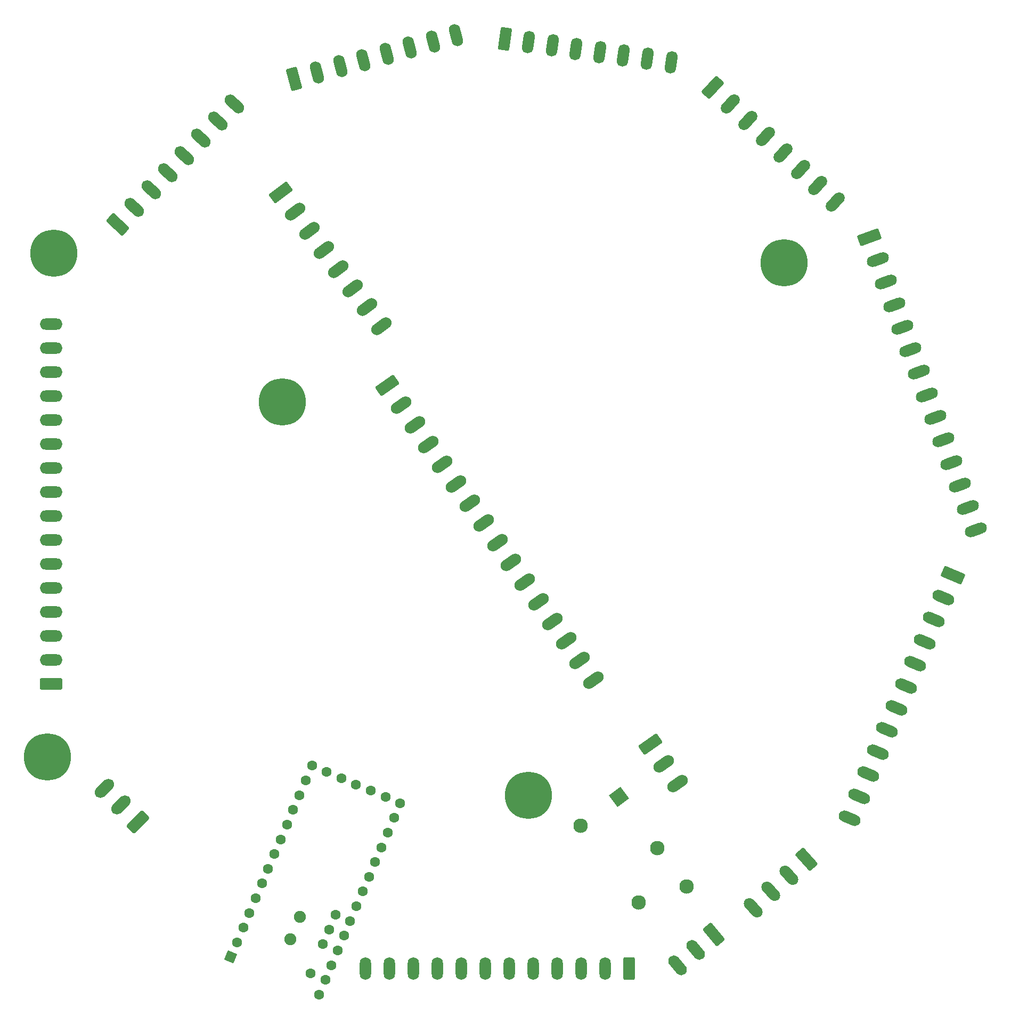
<source format=gbr>
%TF.GenerationSoftware,KiCad,Pcbnew,(6.0.10)*%
%TF.CreationDate,2023-04-24T22:32:33-04:00*%
%TF.ProjectId,waterwheel_synth_v2,77617465-7277-4686-9565-6c5f73796e74,rev?*%
%TF.SameCoordinates,Original*%
%TF.FileFunction,Soldermask,Bot*%
%TF.FilePolarity,Negative*%
%FSLAX46Y46*%
G04 Gerber Fmt 4.6, Leading zero omitted, Abs format (unit mm)*
G04 Created by KiCad (PCBNEW (6.0.10)) date 2023-04-24 22:32:33*
%MOMM*%
%LPD*%
G01*
G04 APERTURE LIST*
G04 Aperture macros list*
%AMRoundRect*
0 Rectangle with rounded corners*
0 $1 Rounding radius*
0 $2 $3 $4 $5 $6 $7 $8 $9 X,Y pos of 4 corners*
0 Add a 4 corners polygon primitive as box body*
4,1,4,$2,$3,$4,$5,$6,$7,$8,$9,$2,$3,0*
0 Add four circle primitives for the rounded corners*
1,1,$1+$1,$2,$3*
1,1,$1+$1,$4,$5*
1,1,$1+$1,$6,$7*
1,1,$1+$1,$8,$9*
0 Add four rect primitives between the rounded corners*
20,1,$1+$1,$2,$3,$4,$5,0*
20,1,$1+$1,$4,$5,$6,$7,0*
20,1,$1+$1,$6,$7,$8,$9,0*
20,1,$1+$1,$8,$9,$2,$3,0*%
%AMHorizOval*
0 Thick line with rounded ends*
0 $1 width*
0 $2 $3 position (X,Y) of the first rounded end (center of the circle)*
0 $4 $5 position (X,Y) of the second rounded end (center of the circle)*
0 Add line between two ends*
20,1,$1,$2,$3,$4,$5,0*
0 Add two circle primitives to create the rounded ends*
1,1,$1,$2,$3*
1,1,$1,$4,$5*%
%AMRotRect*
0 Rectangle, with rotation*
0 The origin of the aperture is its center*
0 $1 length*
0 $2 width*
0 $3 Rotation angle, in degrees counterclockwise*
0 Add horizontal line*
21,1,$1,$2,0,0,$3*%
G04 Aperture macros list end*
%ADD10RoundRect,0.250000X1.555635X0.636396X0.636396X1.555635X-1.555635X-0.636396X-0.636396X-1.555635X0*%
%ADD11HorizOval,1.800000X0.636396X0.636396X-0.636396X-0.636396X0*%
%ADD12RoundRect,0.250000X-0.498392X1.605181X-1.494250X0.769557X0.498392X-1.605181X1.494250X-0.769557X0*%
%ADD13HorizOval,1.800000X-0.578509X0.689440X0.578509X-0.689440X0*%
%ADD14C,7.500000*%
%ADD15RoundRect,0.250000X-1.642510X-0.356595X-0.896861X-1.421492X1.642510X0.356595X0.896861X1.421492X0*%
%ADD16HorizOval,1.800000X-0.737237X-0.516219X0.737237X0.516219X0*%
%ADD17RoundRect,0.250000X-0.226682X-1.665417X1.029021X-1.328953X0.226682X1.665417X-1.029021X1.328953X0*%
%ADD18HorizOval,1.800000X-0.232937X0.869333X0.232937X-0.869333X0*%
%ADD19RoundRect,0.250000X1.550000X-0.650000X1.550000X0.650000X-1.550000X0.650000X-1.550000X-0.650000X0*%
%ADD20O,3.600000X1.800000*%
%ADD21RoundRect,0.250000X-1.629065X-0.413700X-0.846705X-1.451926X1.629065X0.413700X0.846705X1.451926X0*%
%ADD22HorizOval,1.800000X-0.718772X-0.541634X0.718772X0.541634X0*%
%ADD23RoundRect,0.250000X-1.678837X0.080669X-1.234210X-1.140931X1.678837X-0.080669X1.234210X1.140931X0*%
%ADD24HorizOval,1.800000X-0.845723X-0.307818X0.845723X0.307818X0*%
%ADD25RoundRect,0.250000X0.663449X-1.544291X1.566505X-0.609150X-0.663449X1.544291X-1.566505X0.609150X0*%
%ADD26HorizOval,1.800000X-0.647406X0.625193X0.647406X-0.625193X0*%
%ADD27C,1.900000*%
%ADD28C,1.600000*%
%ADD29RotRect,1.600000X1.600000X67.000000*%
%ADD30RotRect,2.300000X2.300000X127.000000*%
%ADD31C,2.300000*%
%ADD32HorizOval,1.800000X-0.602218X0.668830X0.602218X-0.668830X0*%
%ADD33RoundRect,0.250000X-0.554108X1.586809X-1.520197X0.716940X0.554108X-1.586809X1.520197X-0.716940X0*%
%ADD34RoundRect,0.250000X0.650000X1.550000X-0.650000X1.550000X-0.650000X-1.550000X0.650000X-1.550000X0*%
%ADD35O,1.800000X3.600000*%
%ADD36HorizOval,1.800000X-0.125256X-0.891241X0.125256X0.891241X0*%
%ADD37RoundRect,0.250000X-0.859393X-1.444453X0.427956X-1.625378X0.859393X1.444453X-0.427956X1.625378X0*%
%ADD38HorizOval,1.800000X-0.828454X0.351658X0.828454X-0.351658X0*%
%ADD39RoundRect,0.250000X-1.172807X1.203961X-1.680758X0.007305X1.172807X-1.203961X1.680758X-0.007305X0*%
%ADD40RoundRect,0.250000X-1.532477X-0.690299X-0.581718X-1.576897X1.532477X0.690299X0.581718X1.576897X0*%
%ADD41HorizOval,1.800000X-0.613799X-0.658218X0.613799X0.658218X0*%
G04 APERTURE END LIST*
D10*
%TO.C,J12*%
X73560077Y-152300077D03*
D11*
X70866000Y-149606000D03*
X68171923Y-146911923D03*
%TD*%
D12*
%TO.C,J13*%
X165100000Y-170180000D03*
D13*
X162181371Y-172629021D03*
X159262741Y-175078042D03*
%TD*%
D14*
%TO.C,REF\u002A\u002A*%
X96520000Y-85598000D03*
%TD*%
%TO.C,REF\u002A\u002A*%
X59182000Y-141986000D03*
%TD*%
%TO.C,REF\u002A\u002A*%
X135636000Y-148082000D03*
%TD*%
%TO.C,REF\u002A\u002A*%
X176276000Y-63500000D03*
%TD*%
%TO.C,REF\u002A\u002A*%
X60198000Y-61976000D03*
%TD*%
D15*
%TO.C,J7*%
X113159700Y-82957900D03*
D16*
X115345026Y-86078869D03*
X117530352Y-89199839D03*
X119715679Y-92320808D03*
X121901005Y-95441777D03*
X124086331Y-98562746D03*
X126271657Y-101683716D03*
X128456984Y-104804685D03*
X130642310Y-107925654D03*
X132827636Y-111046624D03*
X135012962Y-114167593D03*
X137198288Y-117288562D03*
X139383615Y-120409531D03*
X141568941Y-123530501D03*
X143754267Y-126651470D03*
X145939593Y-129772439D03*
%TD*%
D17*
%TO.C,J3*%
X98331400Y-34223900D03*
D18*
X102011577Y-33237799D03*
X105691755Y-32251699D03*
X109371932Y-31265598D03*
X113052110Y-30279498D03*
X116732287Y-29293397D03*
X120412464Y-28307297D03*
X124092642Y-27321196D03*
%TD*%
D19*
%TO.C,J10*%
X59718100Y-130352400D03*
D20*
X59718100Y-126542400D03*
X59718100Y-122732400D03*
X59718100Y-118922400D03*
X59718100Y-115112400D03*
X59718100Y-111302400D03*
X59718100Y-107492400D03*
X59718100Y-103682400D03*
X59718100Y-99872400D03*
X59718100Y-96062400D03*
X59718100Y-92252400D03*
X59718100Y-88442400D03*
X59718100Y-84632400D03*
X59718100Y-80822400D03*
X59718100Y-77012400D03*
X59718100Y-73202400D03*
%TD*%
D21*
%TO.C,J5*%
X96186000Y-52278800D03*
D22*
X98478915Y-55321601D03*
X100771830Y-58364403D03*
X103064746Y-61407204D03*
X105357661Y-64450005D03*
X107650576Y-67492806D03*
X109943491Y-70535608D03*
X112236407Y-73578409D03*
%TD*%
D23*
%TO.C,J4*%
X189815742Y-59375024D03*
D24*
X191118839Y-62955253D03*
X192421935Y-66535482D03*
X193725032Y-70115711D03*
X195028129Y-73695940D03*
X196331226Y-77276168D03*
X197634322Y-80856397D03*
X198937419Y-84436626D03*
X200240516Y-88016855D03*
X201543613Y-91597084D03*
X202846709Y-95177313D03*
X204149806Y-98757542D03*
X205452903Y-102337771D03*
X206756000Y-105918000D03*
%TD*%
D25*
%TO.C,J6*%
X70323700Y-57380200D03*
D26*
X72970348Y-54639515D03*
X75616997Y-51898831D03*
X78263645Y-49158146D03*
X80910294Y-46417461D03*
X83556942Y-43676777D03*
X86203590Y-40936092D03*
X88850239Y-38195408D03*
%TD*%
D27*
%TO.C,U10*%
X99262457Y-167367606D03*
X97773772Y-170874729D03*
D28*
X104931079Y-167014438D03*
X103938622Y-169352520D03*
X102946165Y-171690602D03*
X100961251Y-176366767D03*
X102306876Y-179697306D03*
X103299333Y-177359224D03*
X104291790Y-175021142D03*
X105284247Y-172683059D03*
X106276704Y-170344977D03*
X107269161Y-168006895D03*
X108261618Y-165668812D03*
X109254076Y-163330730D03*
X110246533Y-160992648D03*
X111238990Y-158654565D03*
X112231447Y-156316483D03*
X113223904Y-153978401D03*
X114216361Y-151640318D03*
X115208818Y-149302236D03*
X112870736Y-148309779D03*
X110532653Y-147317322D03*
X108194571Y-146324865D03*
X105856489Y-145332408D03*
X103518406Y-144339951D03*
X101180324Y-143347494D03*
X100187867Y-145685576D03*
X99195410Y-148023658D03*
X98202953Y-150361741D03*
X97210496Y-152699823D03*
X96218039Y-155037905D03*
X95225582Y-157375988D03*
X94233124Y-159714070D03*
X93240667Y-162052152D03*
X92248210Y-164390235D03*
X91255753Y-166728317D03*
X90263296Y-169066399D03*
X89270839Y-171404482D03*
D29*
X88278382Y-173742564D03*
%TD*%
D30*
%TO.C,K1*%
X150003600Y-148314400D03*
D31*
X156118041Y-156428537D03*
X160703871Y-162514139D03*
X153089658Y-165071436D03*
X143917997Y-152900230D03*
%TD*%
D15*
%TO.C,J9*%
X154955700Y-139929200D03*
D16*
X157141026Y-143050169D03*
X159326352Y-146171139D03*
%TD*%
D32*
%TO.C,J11*%
X171327355Y-165873563D03*
X174158736Y-163324175D03*
X176990118Y-160774788D03*
D33*
X179821500Y-158225400D03*
%TD*%
D34*
%TO.C,J14*%
X151599600Y-175607900D03*
D35*
X147789600Y-175607900D03*
X143979600Y-175607900D03*
X140169600Y-175607900D03*
X136359600Y-175607900D03*
X132549600Y-175607900D03*
X128739600Y-175607900D03*
X124929600Y-175607900D03*
X121119600Y-175607900D03*
X117309600Y-175607900D03*
X113499600Y-175607900D03*
X109689600Y-175607900D03*
%TD*%
D36*
%TO.C,J2*%
X158242949Y-31612047D03*
X154470028Y-31081797D03*
X150697107Y-30551548D03*
X146924185Y-30021298D03*
X143151264Y-29491049D03*
X139378343Y-28960799D03*
X135605421Y-28430550D03*
D37*
X131832500Y-27900300D03*
%TD*%
D38*
%TO.C,J8*%
X186657058Y-151701658D03*
X188145744Y-148194535D03*
X189634430Y-144687411D03*
X191123115Y-141180288D03*
X192611801Y-137673164D03*
X194100486Y-134166041D03*
X195589172Y-130658917D03*
X197077858Y-127151794D03*
X198566543Y-123644670D03*
X200055229Y-120137547D03*
X201543914Y-116630423D03*
D39*
X203032600Y-113123300D03*
%TD*%
D40*
%TO.C,J1*%
X164887200Y-35633200D03*
D41*
X167673658Y-38231614D03*
X170460115Y-40830028D03*
X173246573Y-43428441D03*
X176033030Y-46026855D03*
X178819488Y-48625269D03*
X181605946Y-51223683D03*
X184392403Y-53822096D03*
%TD*%
M02*

</source>
